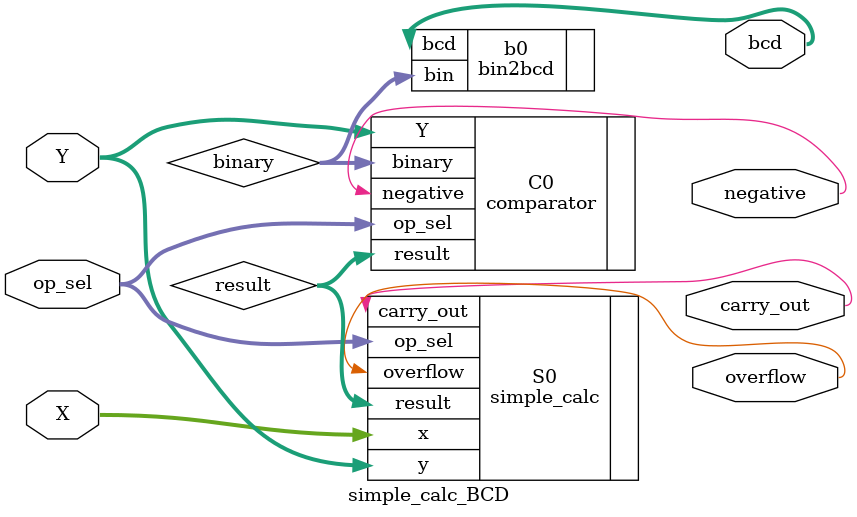
<source format=v>
`timescale 1ns / 1ps


module simple_calc_BCD(
    input [3:0] X, Y,
    input [1:0] op_sel,
    output [11:0] bcd,
    output negative, 
    output overflow,
    output carry_out
    );
   
wire [7:0] result, binary;    
    
    simple_calc S0(
        .x(X),
        .y(Y),
        .op_sel(op_sel),
        .result(result),
        .overflow(overflow),
        .carry_out(carry_out)
        
    );
   
    comparator C0(
        .Y(Y),
        .result(result),
        .op_sel(op_sel),
        .binary(binary),
        .negative(negative)         
    );


bin2bcd b0 (
    .bin(binary),
    .bcd(bcd)
);

    
   
endmodule

</source>
